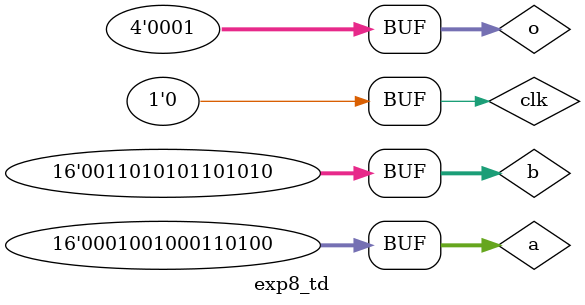
<source format=v>
module ALU(
    input clk,
    input signed[15:0] alu_in1,
    input signed[15:0] alu_in2,
    input [3:0]operations,
    output reg[15:0] alu_out_16,
    output reg[31:0] alu_out
);
parameter NOP = 4'b0000;
parameter ADD = 4'b0001;
parameter SUB = 4'b0010;
parameter MUL = 4'b0011;
parameter DIV = 4'b0100;
parameter AND = 4'b0101;
parameter OR = 4'b0110;
parameter NOR = 4'b0111;
parameter XOR = 4'b1000;
parameter ROR = 4'b1001;
parameter ROL = 4'b1010;

always @(posedge clk) begin
    case(operations)
        NOP:alu_out_16<=32'h0;
        ADD:alu_out_16<=alu_in1+alu_in2;
        SUB:alu_out_16<=alu_in1-alu_in2;
        MUL:alu_out<=alu_in1*alu_in2;
        DIV:alu_out_16<=alu_in1/alu_in2;
        AND:alu_out_16<=alu_in1&alu_in2;
        OR:alu_out_16<=alu_in1|alu_in2;
        NOR:alu_out_16<=alu_in1~^alu_in2;
        XOR:alu_out_16<=alu_in1^alu_in2;
        ROR:alu_out_16<={alu_in1[0],alu_in1[15:1]};
        ROL:alu_out_16<={alu_in1[14:0],alu_in1[15]};

    endcase
end
endmodule

module exp8_td;
    reg clk;
    reg[15:0]a;
    reg[15:0]b;
    wire[15:0]result1;
    wire[31:0]result2;
    reg[3:0]o;
    ALU test(clk,a,b,o,result1,result2);
    initial begin
        clk = 0;
        repeat(5000)begin
            #1 clk =~clk;
        end
    end
    initial begin
        $dumpfile("exp8_td.vcd");
        $dumpvars(0,exp8_td);
        a = 16'h1234;
        b = 16'h356a;
        o = 4'b0000;
        repeat(10)begin
            #10 o<=o+4'b0001;
        end
    end 
endmodule // 
</source>
